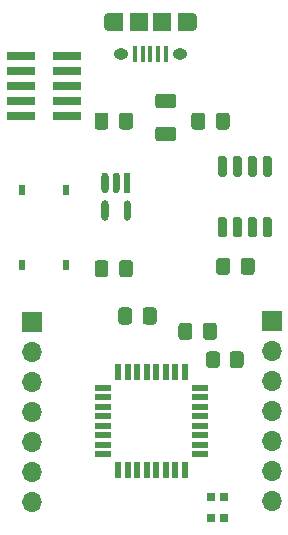
<source format=gbr>
G04 #@! TF.GenerationSoftware,KiCad,Pcbnew,(5.1.12-1-10_14)*
G04 #@! TF.CreationDate,2021-12-08T14:05:25-05:00*
G04 #@! TF.ProjectId,MinimalSAMD21,4d696e69-6d61-46c5-9341-4d4432312e6b,rev?*
G04 #@! TF.SameCoordinates,Original*
G04 #@! TF.FileFunction,Soldermask,Top*
G04 #@! TF.FilePolarity,Negative*
%FSLAX46Y46*%
G04 Gerber Fmt 4.6, Leading zero omitted, Abs format (unit mm)*
G04 Created by KiCad (PCBNEW (5.1.12-1-10_14)) date 2021-12-08 14:05:25*
%MOMM*%
%LPD*%
G01*
G04 APERTURE LIST*
%ADD10R,2.400000X0.740000*%
%ADD11R,0.558800X0.952500*%
%ADD12R,0.609807X1.755639*%
%ADD13R,1.473200X0.508000*%
%ADD14R,0.508000X1.473200*%
%ADD15O,1.700000X1.700000*%
%ADD16R,1.700000X1.700000*%
%ADD17O,0.890000X1.550000*%
%ADD18R,1.200000X1.550000*%
%ADD19R,1.500000X1.550000*%
%ADD20O,1.250000X0.950000*%
%ADD21R,0.400000X1.350000*%
%ADD22R,0.700000X0.700000*%
G04 APERTURE END LIST*
D10*
X27050000Y-57960000D03*
X30950000Y-57960000D03*
X27050000Y-59230000D03*
X30950000Y-59230000D03*
X27050000Y-60500000D03*
X30950000Y-60500000D03*
X27050000Y-61770000D03*
X30950000Y-61770000D03*
X27050000Y-63040000D03*
X30950000Y-63040000D03*
D11*
X30854200Y-69318650D03*
X27145800Y-69318650D03*
X27145800Y-75681350D03*
X30854200Y-75681350D03*
D12*
X36050000Y-68724719D03*
G36*
G01*
X35099999Y-67846900D02*
X35099999Y-67846900D01*
G75*
G02*
X35404902Y-68151803I0J-304903D01*
G01*
X35404902Y-69297635D01*
G75*
G02*
X35099999Y-69602538I-304903J0D01*
G01*
X35099999Y-69602538D01*
G75*
G02*
X34795096Y-69297635I0J304903D01*
G01*
X34795096Y-68151803D01*
G75*
G02*
X35099999Y-67846900I304903J0D01*
G01*
G37*
G36*
G01*
X34149999Y-67846900D02*
X34149999Y-67846900D01*
G75*
G02*
X34454902Y-68151803I0J-304903D01*
G01*
X34454902Y-69297635D01*
G75*
G02*
X34149999Y-69602538I-304903J0D01*
G01*
X34149999Y-69602538D01*
G75*
G02*
X33845096Y-69297635I0J304903D01*
G01*
X33845096Y-68151803D01*
G75*
G02*
X34149999Y-67846900I304903J0D01*
G01*
G37*
G36*
G01*
X34149999Y-70197463D02*
X34149999Y-70197463D01*
G75*
G02*
X34454902Y-70502366I0J-304903D01*
G01*
X34454902Y-71648198D01*
G75*
G02*
X34149999Y-71953101I-304903J0D01*
G01*
X34149999Y-71953101D01*
G75*
G02*
X33845096Y-71648198I0J304903D01*
G01*
X33845096Y-70502366D01*
G75*
G02*
X34149999Y-70197463I304903J0D01*
G01*
G37*
G36*
G01*
X36050000Y-70197463D02*
X36050000Y-70197463D01*
G75*
G02*
X36354903Y-70502366I0J-304903D01*
G01*
X36354903Y-71648198D01*
G75*
G02*
X36050000Y-71953101I-304903J0D01*
G01*
X36050000Y-71953101D01*
G75*
G02*
X35745097Y-71648198I0J304903D01*
G01*
X35745097Y-70502366D01*
G75*
G02*
X36050000Y-70197463I304903J0D01*
G01*
G37*
D13*
X33981001Y-86100001D03*
X33981001Y-86899999D03*
X33981001Y-87700000D03*
X33981001Y-88500001D03*
X33981001Y-89299999D03*
X33981001Y-90100000D03*
X33981001Y-90899999D03*
X33981001Y-91699999D03*
D14*
X35300001Y-93018999D03*
X36099999Y-93018999D03*
X36900000Y-93018999D03*
X37700001Y-93018999D03*
X38499999Y-93018999D03*
X39300000Y-93018999D03*
X40099999Y-93018999D03*
X40899999Y-93018999D03*
D13*
X42218999Y-91699999D03*
X42218999Y-90900001D03*
X42218999Y-90100000D03*
X42218999Y-89299999D03*
X42218999Y-88500001D03*
X42218999Y-87700000D03*
X42218999Y-86900001D03*
X42218999Y-86100001D03*
D14*
X40899999Y-84781001D03*
X40100001Y-84781001D03*
X39300000Y-84781001D03*
X38499999Y-84781001D03*
X37700001Y-84781001D03*
X36900000Y-84781001D03*
X36100001Y-84781001D03*
X35300001Y-84781001D03*
G36*
G01*
X47705000Y-71600000D02*
X48105000Y-71600000D01*
G75*
G02*
X48305000Y-71800000I0J-200000D01*
G01*
X48305000Y-73150000D01*
G75*
G02*
X48105000Y-73350000I-200000J0D01*
G01*
X47705000Y-73350000D01*
G75*
G02*
X47505000Y-73150000I0J200000D01*
G01*
X47505000Y-71800000D01*
G75*
G02*
X47705000Y-71600000I200000J0D01*
G01*
G37*
G36*
G01*
X46435000Y-71600000D02*
X46835000Y-71600000D01*
G75*
G02*
X47035000Y-71800000I0J-200000D01*
G01*
X47035000Y-73150000D01*
G75*
G02*
X46835000Y-73350000I-200000J0D01*
G01*
X46435000Y-73350000D01*
G75*
G02*
X46235000Y-73150000I0J200000D01*
G01*
X46235000Y-71800000D01*
G75*
G02*
X46435000Y-71600000I200000J0D01*
G01*
G37*
G36*
G01*
X45165000Y-71600000D02*
X45565000Y-71600000D01*
G75*
G02*
X45765000Y-71800000I0J-200000D01*
G01*
X45765000Y-73150000D01*
G75*
G02*
X45565000Y-73350000I-200000J0D01*
G01*
X45165000Y-73350000D01*
G75*
G02*
X44965000Y-73150000I0J200000D01*
G01*
X44965000Y-71800000D01*
G75*
G02*
X45165000Y-71600000I200000J0D01*
G01*
G37*
G36*
G01*
X43895000Y-71600000D02*
X44295000Y-71600000D01*
G75*
G02*
X44495000Y-71800000I0J-200000D01*
G01*
X44495000Y-73150000D01*
G75*
G02*
X44295000Y-73350000I-200000J0D01*
G01*
X43895000Y-73350000D01*
G75*
G02*
X43695000Y-73150000I0J200000D01*
G01*
X43695000Y-71800000D01*
G75*
G02*
X43895000Y-71600000I200000J0D01*
G01*
G37*
G36*
G01*
X43895000Y-66450000D02*
X44295000Y-66450000D01*
G75*
G02*
X44495000Y-66650000I0J-200000D01*
G01*
X44495000Y-68000000D01*
G75*
G02*
X44295000Y-68200000I-200000J0D01*
G01*
X43895000Y-68200000D01*
G75*
G02*
X43695000Y-68000000I0J200000D01*
G01*
X43695000Y-66650000D01*
G75*
G02*
X43895000Y-66450000I200000J0D01*
G01*
G37*
G36*
G01*
X45165000Y-66450000D02*
X45565000Y-66450000D01*
G75*
G02*
X45765000Y-66650000I0J-200000D01*
G01*
X45765000Y-68000000D01*
G75*
G02*
X45565000Y-68200000I-200000J0D01*
G01*
X45165000Y-68200000D01*
G75*
G02*
X44965000Y-68000000I0J200000D01*
G01*
X44965000Y-66650000D01*
G75*
G02*
X45165000Y-66450000I200000J0D01*
G01*
G37*
G36*
G01*
X46435000Y-66450000D02*
X46835000Y-66450000D01*
G75*
G02*
X47035000Y-66650000I0J-200000D01*
G01*
X47035000Y-68000000D01*
G75*
G02*
X46835000Y-68200000I-200000J0D01*
G01*
X46435000Y-68200000D01*
G75*
G02*
X46235000Y-68000000I0J200000D01*
G01*
X46235000Y-66650000D01*
G75*
G02*
X46435000Y-66450000I200000J0D01*
G01*
G37*
G36*
G01*
X47705000Y-66450000D02*
X48105000Y-66450000D01*
G75*
G02*
X48305000Y-66650000I0J-200000D01*
G01*
X48305000Y-68000000D01*
G75*
G02*
X48105000Y-68200000I-200000J0D01*
G01*
X47705000Y-68200000D01*
G75*
G02*
X47505000Y-68000000I0J200000D01*
G01*
X47505000Y-66650000D01*
G75*
G02*
X47705000Y-66450000I200000J0D01*
G01*
G37*
G36*
G01*
X43900000Y-83249999D02*
X43900000Y-84150001D01*
G75*
G02*
X43650001Y-84400000I-249999J0D01*
G01*
X42949999Y-84400000D01*
G75*
G02*
X42700000Y-84150001I0J249999D01*
G01*
X42700000Y-83249999D01*
G75*
G02*
X42949999Y-83000000I249999J0D01*
G01*
X43650001Y-83000000D01*
G75*
G02*
X43900000Y-83249999I0J-249999D01*
G01*
G37*
G36*
G01*
X45900000Y-83249999D02*
X45900000Y-84150001D01*
G75*
G02*
X45650001Y-84400000I-249999J0D01*
G01*
X44949999Y-84400000D01*
G75*
G02*
X44700000Y-84150001I0J249999D01*
G01*
X44700000Y-83249999D01*
G75*
G02*
X44949999Y-83000000I249999J0D01*
G01*
X45650001Y-83000000D01*
G75*
G02*
X45900000Y-83249999I0J-249999D01*
G01*
G37*
D15*
X48260000Y-95700000D03*
X48260000Y-93160000D03*
X48260000Y-90620000D03*
X48260000Y-88080000D03*
X48260000Y-85540000D03*
X48260000Y-83000000D03*
D16*
X48260000Y-80460000D03*
D17*
X34510000Y-55100000D03*
X41510000Y-55100000D03*
D18*
X35110000Y-55100000D03*
X40910000Y-55100000D03*
D19*
X37010000Y-55100000D03*
X39010000Y-55100000D03*
D20*
X35510000Y-57800000D03*
X40510000Y-57800000D03*
D21*
X36710000Y-57800000D03*
X37360000Y-57800000D03*
X38010000Y-57800000D03*
X38660000Y-57800000D03*
X39310000Y-57800000D03*
D15*
X28000000Y-95740000D03*
X28000000Y-93200000D03*
X28000000Y-90660000D03*
X28000000Y-88120000D03*
X28000000Y-85580000D03*
X28000000Y-83040000D03*
D16*
X28000000Y-80500000D03*
G36*
G01*
X39925000Y-62425000D02*
X38675000Y-62425000D01*
G75*
G02*
X38425000Y-62175000I0J250000D01*
G01*
X38425000Y-61425000D01*
G75*
G02*
X38675000Y-61175000I250000J0D01*
G01*
X39925000Y-61175000D01*
G75*
G02*
X40175000Y-61425000I0J-250000D01*
G01*
X40175000Y-62175000D01*
G75*
G02*
X39925000Y-62425000I-250000J0D01*
G01*
G37*
G36*
G01*
X39925000Y-65225000D02*
X38675000Y-65225000D01*
G75*
G02*
X38425000Y-64975000I0J250000D01*
G01*
X38425000Y-64225000D01*
G75*
G02*
X38675000Y-63975000I250000J0D01*
G01*
X39925000Y-63975000D01*
G75*
G02*
X40175000Y-64225000I0J-250000D01*
G01*
X40175000Y-64975000D01*
G75*
G02*
X39925000Y-65225000I-250000J0D01*
G01*
G37*
D22*
X43150000Y-97115000D03*
X44250000Y-97115000D03*
X44250000Y-95285000D03*
X43150000Y-95285000D03*
G36*
G01*
X34450000Y-75525000D02*
X34450000Y-76475000D01*
G75*
G02*
X34200000Y-76725000I-250000J0D01*
G01*
X33525000Y-76725000D01*
G75*
G02*
X33275000Y-76475000I0J250000D01*
G01*
X33275000Y-75525000D01*
G75*
G02*
X33525000Y-75275000I250000J0D01*
G01*
X34200000Y-75275000D01*
G75*
G02*
X34450000Y-75525000I0J-250000D01*
G01*
G37*
G36*
G01*
X36525000Y-75525000D02*
X36525000Y-76475000D01*
G75*
G02*
X36275000Y-76725000I-250000J0D01*
G01*
X35600000Y-76725000D01*
G75*
G02*
X35350000Y-76475000I0J250000D01*
G01*
X35350000Y-75525000D01*
G75*
G02*
X35600000Y-75275000I250000J0D01*
G01*
X36275000Y-75275000D01*
G75*
G02*
X36525000Y-75525000I0J-250000D01*
G01*
G37*
G36*
G01*
X37350000Y-80475000D02*
X37350000Y-79525000D01*
G75*
G02*
X37600000Y-79275000I250000J0D01*
G01*
X38275000Y-79275000D01*
G75*
G02*
X38525000Y-79525000I0J-250000D01*
G01*
X38525000Y-80475000D01*
G75*
G02*
X38275000Y-80725000I-250000J0D01*
G01*
X37600000Y-80725000D01*
G75*
G02*
X37350000Y-80475000I0J250000D01*
G01*
G37*
G36*
G01*
X35275000Y-80475000D02*
X35275000Y-79525000D01*
G75*
G02*
X35525000Y-79275000I250000J0D01*
G01*
X36200000Y-79275000D01*
G75*
G02*
X36450000Y-79525000I0J-250000D01*
G01*
X36450000Y-80475000D01*
G75*
G02*
X36200000Y-80725000I-250000J0D01*
G01*
X35525000Y-80725000D01*
G75*
G02*
X35275000Y-80475000I0J250000D01*
G01*
G37*
G36*
G01*
X42450000Y-81775000D02*
X42450000Y-80825000D01*
G75*
G02*
X42700000Y-80575000I250000J0D01*
G01*
X43375000Y-80575000D01*
G75*
G02*
X43625000Y-80825000I0J-250000D01*
G01*
X43625000Y-81775000D01*
G75*
G02*
X43375000Y-82025000I-250000J0D01*
G01*
X42700000Y-82025000D01*
G75*
G02*
X42450000Y-81775000I0J250000D01*
G01*
G37*
G36*
G01*
X40375000Y-81775000D02*
X40375000Y-80825000D01*
G75*
G02*
X40625000Y-80575000I250000J0D01*
G01*
X41300000Y-80575000D01*
G75*
G02*
X41550000Y-80825000I0J-250000D01*
G01*
X41550000Y-81775000D01*
G75*
G02*
X41300000Y-82025000I-250000J0D01*
G01*
X40625000Y-82025000D01*
G75*
G02*
X40375000Y-81775000I0J250000D01*
G01*
G37*
G36*
G01*
X34450000Y-63025000D02*
X34450000Y-63975000D01*
G75*
G02*
X34200000Y-64225000I-250000J0D01*
G01*
X33525000Y-64225000D01*
G75*
G02*
X33275000Y-63975000I0J250000D01*
G01*
X33275000Y-63025000D01*
G75*
G02*
X33525000Y-62775000I250000J0D01*
G01*
X34200000Y-62775000D01*
G75*
G02*
X34450000Y-63025000I0J-250000D01*
G01*
G37*
G36*
G01*
X36525000Y-63025000D02*
X36525000Y-63975000D01*
G75*
G02*
X36275000Y-64225000I-250000J0D01*
G01*
X35600000Y-64225000D01*
G75*
G02*
X35350000Y-63975000I0J250000D01*
G01*
X35350000Y-63025000D01*
G75*
G02*
X35600000Y-62775000I250000J0D01*
G01*
X36275000Y-62775000D01*
G75*
G02*
X36525000Y-63025000I0J-250000D01*
G01*
G37*
G36*
G01*
X45650000Y-76275000D02*
X45650000Y-75325000D01*
G75*
G02*
X45900000Y-75075000I250000J0D01*
G01*
X46575000Y-75075000D01*
G75*
G02*
X46825000Y-75325000I0J-250000D01*
G01*
X46825000Y-76275000D01*
G75*
G02*
X46575000Y-76525000I-250000J0D01*
G01*
X45900000Y-76525000D01*
G75*
G02*
X45650000Y-76275000I0J250000D01*
G01*
G37*
G36*
G01*
X43575000Y-76275000D02*
X43575000Y-75325000D01*
G75*
G02*
X43825000Y-75075000I250000J0D01*
G01*
X44500000Y-75075000D01*
G75*
G02*
X44750000Y-75325000I0J-250000D01*
G01*
X44750000Y-76275000D01*
G75*
G02*
X44500000Y-76525000I-250000J0D01*
G01*
X43825000Y-76525000D01*
G75*
G02*
X43575000Y-76275000I0J250000D01*
G01*
G37*
G36*
G01*
X43550000Y-63975000D02*
X43550000Y-63025000D01*
G75*
G02*
X43800000Y-62775000I250000J0D01*
G01*
X44475000Y-62775000D01*
G75*
G02*
X44725000Y-63025000I0J-250000D01*
G01*
X44725000Y-63975000D01*
G75*
G02*
X44475000Y-64225000I-250000J0D01*
G01*
X43800000Y-64225000D01*
G75*
G02*
X43550000Y-63975000I0J250000D01*
G01*
G37*
G36*
G01*
X41475000Y-63975000D02*
X41475000Y-63025000D01*
G75*
G02*
X41725000Y-62775000I250000J0D01*
G01*
X42400000Y-62775000D01*
G75*
G02*
X42650000Y-63025000I0J-250000D01*
G01*
X42650000Y-63975000D01*
G75*
G02*
X42400000Y-64225000I-250000J0D01*
G01*
X41725000Y-64225000D01*
G75*
G02*
X41475000Y-63975000I0J250000D01*
G01*
G37*
M02*

</source>
